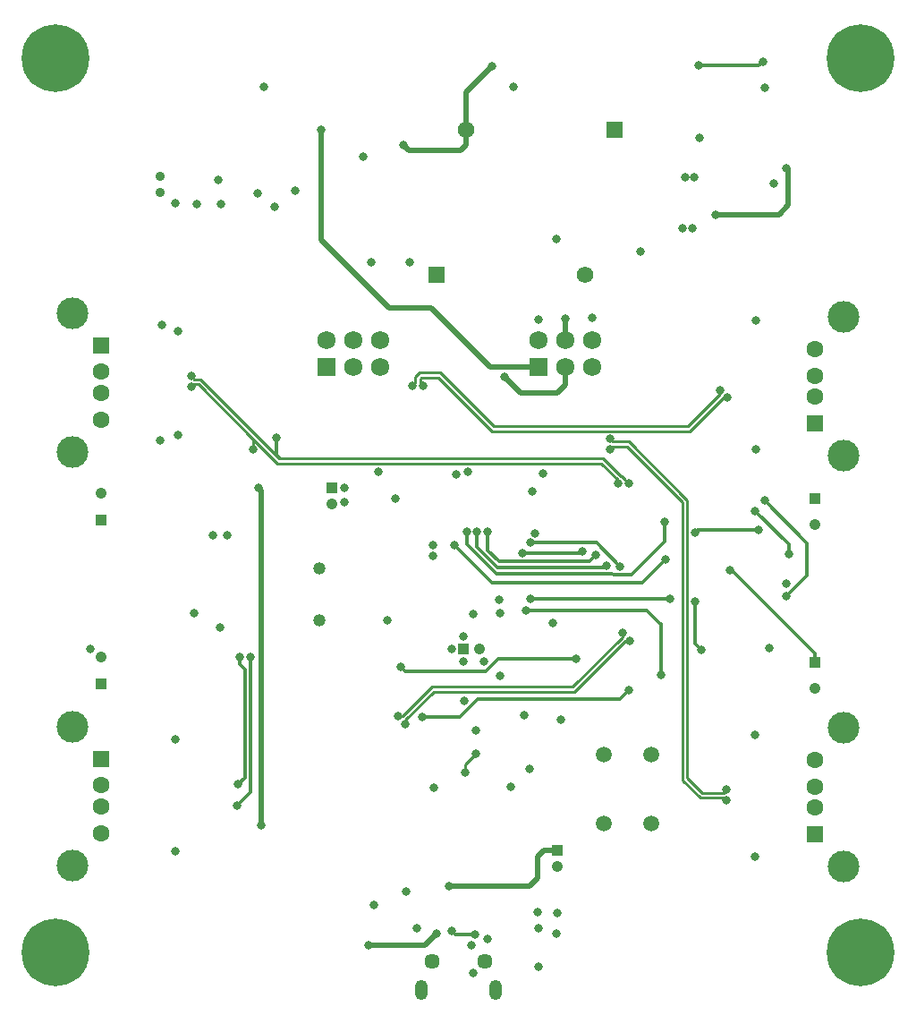
<source format=gbl>
G04 #@! TF.GenerationSoftware,KiCad,Pcbnew,(5.1.9)-1*
G04 #@! TF.CreationDate,2021-05-01T17:45:06+02:00*
G04 #@! TF.ProjectId,sh_control,73685f63-6f6e-4747-926f-6c2e6b696361,3.2*
G04 #@! TF.SameCoordinates,Original*
G04 #@! TF.FileFunction,Copper,L4,Bot*
G04 #@! TF.FilePolarity,Positive*
%FSLAX46Y46*%
G04 Gerber Fmt 4.6, Leading zero omitted, Abs format (unit mm)*
G04 Created by KiCad (PCBNEW (5.1.9)-1) date 2021-05-01 17:45:06*
%MOMM*%
%LPD*%
G01*
G04 APERTURE LIST*
G04 #@! TA.AperFunction,ComponentPad*
%ADD10C,1.500000*%
G04 #@! TD*
G04 #@! TA.AperFunction,ComponentPad*
%ADD11C,1.600000*%
G04 #@! TD*
G04 #@! TA.AperFunction,ComponentPad*
%ADD12R,1.500000X1.600000*%
G04 #@! TD*
G04 #@! TA.AperFunction,ComponentPad*
%ADD13C,3.000000*%
G04 #@! TD*
G04 #@! TA.AperFunction,ComponentPad*
%ADD14C,1.050000*%
G04 #@! TD*
G04 #@! TA.AperFunction,ComponentPad*
%ADD15R,1.050000X1.050000*%
G04 #@! TD*
G04 #@! TA.AperFunction,ComponentPad*
%ADD16C,1.192000*%
G04 #@! TD*
G04 #@! TA.AperFunction,ComponentPad*
%ADD17C,1.725000*%
G04 #@! TD*
G04 #@! TA.AperFunction,ComponentPad*
%ADD18R,1.725000X1.725000*%
G04 #@! TD*
G04 #@! TA.AperFunction,ComponentPad*
%ADD19O,1.200000X1.900000*%
G04 #@! TD*
G04 #@! TA.AperFunction,ComponentPad*
%ADD20C,1.450000*%
G04 #@! TD*
G04 #@! TA.AperFunction,ComponentPad*
%ADD21C,0.800000*%
G04 #@! TD*
G04 #@! TA.AperFunction,ComponentPad*
%ADD22C,6.400000*%
G04 #@! TD*
G04 #@! TA.AperFunction,ComponentPad*
%ADD23R,1.575000X1.575000*%
G04 #@! TD*
G04 #@! TA.AperFunction,ComponentPad*
%ADD24C,1.575000*%
G04 #@! TD*
G04 #@! TA.AperFunction,ComponentPad*
%ADD25C,0.900000*%
G04 #@! TD*
G04 #@! TA.AperFunction,ViaPad*
%ADD26C,0.800000*%
G04 #@! TD*
G04 #@! TA.AperFunction,Conductor*
%ADD27C,0.500000*%
G04 #@! TD*
G04 #@! TA.AperFunction,Conductor*
%ADD28C,0.300000*%
G04 #@! TD*
G04 #@! TA.AperFunction,Conductor*
%ADD29C,0.261112*%
G04 #@! TD*
G04 #@! TA.AperFunction,Conductor*
%ADD30C,0.250000*%
G04 #@! TD*
G04 APERTURE END LIST*
D10*
X168742800Y-110717400D03*
X168742800Y-104217400D03*
X173242800Y-110717400D03*
X173242800Y-104217400D03*
D11*
X188722000Y-65898000D03*
X188722000Y-68398000D03*
X188722000Y-70398000D03*
D12*
X188722000Y-72898000D03*
D13*
X191432000Y-62828000D03*
X191432000Y-75968000D03*
D11*
X188722000Y-104760000D03*
X188722000Y-107260000D03*
X188722000Y-109260000D03*
D12*
X188722000Y-111760000D03*
D13*
X191432000Y-101690000D03*
X191432000Y-114830000D03*
D14*
X188722000Y-82510000D03*
D15*
X188722000Y-80010000D03*
D14*
X188722000Y-98004000D03*
D15*
X188722000Y-95504000D03*
D16*
X141795500Y-86623500D03*
X141795500Y-91503500D03*
D11*
X121158000Y-72532000D03*
X121158000Y-70032000D03*
X121158000Y-68032000D03*
D12*
X121158000Y-65532000D03*
D13*
X118448000Y-75602000D03*
X118448000Y-62462000D03*
D11*
X121158000Y-111648000D03*
X121158000Y-109148000D03*
X121158000Y-107148000D03*
D12*
X121158000Y-104648000D03*
D13*
X118448000Y-114718000D03*
X118448000Y-101578000D03*
D17*
X167640000Y-65024000D03*
X167640000Y-67564000D03*
X165100000Y-65024000D03*
X165100000Y-67564000D03*
X162560000Y-65024000D03*
D18*
X162560000Y-67564000D03*
D17*
X147574000Y-65024000D03*
X147574000Y-67564000D03*
X145034000Y-65024000D03*
X145034000Y-67564000D03*
X142494000Y-65024000D03*
D18*
X142494000Y-67564000D03*
D19*
X158440000Y-126459500D03*
X151440000Y-126459500D03*
D20*
X157440000Y-123759500D03*
X152440000Y-123759500D03*
D21*
X118537056Y-121238944D03*
X116840000Y-120536000D03*
X115142944Y-121238944D03*
X114440000Y-122936000D03*
X115142944Y-124633056D03*
X116840000Y-125336000D03*
X118537056Y-124633056D03*
X119240000Y-122936000D03*
D22*
X116840000Y-122936000D03*
D21*
X194737056Y-36630944D03*
X193040000Y-35928000D03*
X191342944Y-36630944D03*
X190640000Y-38328000D03*
X191342944Y-40025056D03*
X193040000Y-40728000D03*
X194737056Y-40025056D03*
X195440000Y-38328000D03*
D22*
X193040000Y-38328000D03*
D21*
X118537056Y-36630944D03*
X116840000Y-35928000D03*
X115142944Y-36630944D03*
X114440000Y-38328000D03*
X115142944Y-40025056D03*
X116840000Y-40728000D03*
X118537056Y-40025056D03*
X119240000Y-38328000D03*
D22*
X116840000Y-38328000D03*
D21*
X194737056Y-121238944D03*
X193040000Y-120536000D03*
X191342944Y-121238944D03*
X190640000Y-122936000D03*
X191342944Y-124633056D03*
X193040000Y-125336000D03*
X194737056Y-124633056D03*
X195440000Y-122936000D03*
D22*
X193040000Y-122936000D03*
D23*
X152864000Y-58828000D03*
D24*
X166964000Y-58828000D03*
D23*
X169758000Y-45112000D03*
D24*
X155658000Y-45112000D03*
D14*
X121158000Y-79542000D03*
D15*
X121158000Y-82042000D03*
D14*
X121158000Y-95036000D03*
D15*
X121158000Y-97536000D03*
X155448000Y-94234000D03*
D14*
X156948000Y-94234000D03*
D15*
X143002000Y-78994000D03*
D14*
X143002000Y-80494000D03*
D15*
X164338000Y-113284000D03*
D14*
X164338000Y-114784000D03*
D25*
X126712000Y-49554000D03*
X126712000Y-51044000D03*
D26*
X163893500Y-91821000D03*
X148272500Y-91567000D03*
X148971000Y-80010000D03*
X161988500Y-79311500D03*
X162941000Y-77660500D03*
X155829000Y-77470000D03*
X183134000Y-75374500D03*
X183134000Y-63182500D03*
X183070500Y-102362000D03*
X185991500Y-88074500D03*
X184404000Y-94170500D03*
X146748500Y-57658000D03*
X150368000Y-57658000D03*
X176212500Y-54419500D03*
X184785000Y-50228500D03*
X177800000Y-45910500D03*
X164274500Y-55435500D03*
X172212000Y-56642000D03*
X183959500Y-41148000D03*
X160210500Y-41084500D03*
X145923000Y-47688500D03*
X130175000Y-52133500D03*
X136525000Y-41084500D03*
X157734000Y-121666000D03*
X128206500Y-102806500D03*
X128143000Y-113347500D03*
X131762500Y-83502500D03*
X129984500Y-90868500D03*
X120142000Y-94234000D03*
X144208500Y-80391000D03*
X157353000Y-95440500D03*
X164655500Y-100901500D03*
X152654000Y-107378500D03*
X159893000Y-107251500D03*
X161734500Y-105600500D03*
X126873000Y-63627000D03*
X126746000Y-74549000D03*
X183007000Y-113919000D03*
X164338000Y-119253000D03*
X151003000Y-120650000D03*
X162433000Y-119126000D03*
X164211000Y-121158000D03*
X162560000Y-120650000D03*
X146939000Y-118491000D03*
X149987000Y-117221000D03*
X128460500Y-64198500D03*
X128397000Y-73977500D03*
X155511500Y-99187000D03*
X133096000Y-83502500D03*
X132397500Y-92202000D03*
X162560000Y-124333000D03*
X156210000Y-122301000D03*
X156340000Y-124909498D03*
X128206500Y-52070000D03*
X132270500Y-49847500D03*
X132461000Y-52133500D03*
X139509500Y-50927000D03*
X137604500Y-52387500D03*
X135953500Y-51117500D03*
X177101500Y-54419500D03*
X176403000Y-49593500D03*
X177292000Y-49593500D03*
X147383500Y-77470000D03*
X154749500Y-77724000D03*
X158813500Y-89598500D03*
X158877000Y-90868500D03*
X156400500Y-90907500D03*
X152590500Y-84455000D03*
X152590500Y-84455000D03*
X152590500Y-85407500D03*
X162230732Y-83299475D03*
X144208500Y-78994000D03*
X155448000Y-93091000D03*
X158940500Y-96774000D03*
X156591000Y-101981000D03*
X161226500Y-100520500D03*
X155448000Y-95440500D03*
X154305000Y-94234000D03*
X167640000Y-62928500D03*
X165100000Y-62992000D03*
X162560000Y-63055500D03*
X156499012Y-121286660D03*
X154305000Y-120904000D03*
X146431000Y-122301000D03*
X152908000Y-121158000D03*
X154051000Y-116713000D03*
X136271000Y-110934500D03*
X136017000Y-78994000D03*
X154622500Y-84391500D03*
X174548800Y-85801200D03*
X155733994Y-83121500D03*
X183397631Y-82966031D03*
X177365712Y-83210400D03*
X174498000Y-82194400D03*
X157734000Y-83121500D03*
X167995600Y-85344000D03*
X183073569Y-81168769D03*
X186232800Y-85242400D03*
X161798000Y-84201000D03*
X170281600Y-86473600D03*
X161036000Y-85217000D03*
X166725600Y-84988400D03*
X183946800Y-80213200D03*
X186029600Y-89255600D03*
X161798000Y-89471500D03*
X175006000Y-89471500D03*
X177365712Y-89725500D03*
X177990500Y-94361000D03*
X161353500Y-90614500D03*
X174117000Y-96710500D03*
X159321500Y-68516500D03*
X158115000Y-39116000D03*
X149796500Y-46609000D03*
X177698400Y-39065200D03*
X183819800Y-38658800D03*
X151511000Y-100711000D03*
X171132500Y-98107500D03*
X149542500Y-95948500D03*
X166116000Y-95186500D03*
X156733997Y-83121500D03*
X169011600Y-86372000D03*
X141986000Y-45148500D03*
X179324000Y-53149500D03*
X185991500Y-48768000D03*
X180657500Y-86804500D03*
X150628400Y-69381628D03*
X179731315Y-69749315D03*
X151631600Y-69381628D03*
X180440685Y-70458685D03*
X169291000Y-74368712D03*
X180340000Y-107575400D03*
X169291000Y-75371912D03*
X180340000Y-108578600D03*
X170059400Y-78613000D03*
X129667000Y-69462600D03*
X135559800Y-75361800D03*
X171062600Y-78613000D03*
X129667000Y-68459400D03*
X137769600Y-74295000D03*
X149960685Y-101319685D03*
X171169685Y-93445685D03*
X135280400Y-95021400D03*
X134035800Y-109016800D03*
X149251315Y-100610315D03*
X170460315Y-92736315D03*
X134281780Y-94968842D03*
X134112000Y-107061000D03*
X155575000Y-105918000D03*
X156591000Y-104140000D03*
D27*
X165100000Y-65024000D02*
X165100000Y-62992000D01*
D28*
X154687660Y-121286660D02*
X154305000Y-120904000D01*
X156499012Y-121286660D02*
X154687660Y-121286660D01*
D27*
X151765000Y-122301000D02*
X146431000Y-122301000D01*
X152908000Y-121158000D02*
X151765000Y-122301000D01*
X163068000Y-113284000D02*
X164338000Y-113284000D01*
X162433000Y-113919000D02*
X163068000Y-113284000D01*
X162433000Y-115951000D02*
X162433000Y-113919000D01*
X161671000Y-116713000D02*
X162433000Y-115951000D01*
X154051000Y-116713000D02*
X161671000Y-116713000D01*
X136271000Y-79248000D02*
X136017000Y-78994000D01*
X136271000Y-110934500D02*
X136271000Y-79248000D01*
D28*
X154622500Y-84391500D02*
X158178500Y-87947500D01*
X158178500Y-87947500D02*
X171894500Y-87947500D01*
X172402500Y-87947500D02*
X174548800Y-85801200D01*
X171894500Y-87947500D02*
X172402500Y-87947500D01*
X177610081Y-82966031D02*
X177365712Y-83210400D01*
X183397631Y-82966031D02*
X177610081Y-82966031D01*
X155733994Y-84313734D02*
X155733994Y-83121500D01*
X169519600Y-87122000D02*
X158542260Y-87122000D01*
X171357020Y-87223600D02*
X169621200Y-87223600D01*
X158542260Y-87122000D02*
X155733994Y-84313734D01*
X174498000Y-84082620D02*
X171357020Y-87223600D01*
X169621200Y-87223600D02*
X169519600Y-87122000D01*
X174498000Y-82194400D02*
X174498000Y-84082620D01*
X157734000Y-83121500D02*
X157734000Y-84899500D01*
X157734000Y-84899500D02*
X158801501Y-85967001D01*
X167372599Y-85967001D02*
X167995600Y-85344000D01*
X158801501Y-85967001D02*
X167372599Y-85967001D01*
X186232800Y-84328000D02*
X186232800Y-85242400D01*
X183073569Y-81168769D02*
X186232800Y-84328000D01*
X168009000Y-84201000D02*
X170281600Y-86473600D01*
X161798000Y-84201000D02*
X168009000Y-84201000D01*
X166497000Y-85217000D02*
X166725600Y-84988400D01*
X161036000Y-85217000D02*
X166497000Y-85217000D01*
X183946800Y-80213200D02*
X187960000Y-84226400D01*
X187960000Y-87325200D02*
X186029600Y-89255600D01*
X187960000Y-84226400D02*
X187960000Y-87325200D01*
X161798000Y-89471500D02*
X173228000Y-89471500D01*
X173228000Y-89471500D02*
X175006000Y-89471500D01*
X177365712Y-93736212D02*
X177990500Y-94361000D01*
X177365712Y-89725500D02*
X177365712Y-93736212D01*
X174117000Y-96710500D02*
X174117000Y-91884500D01*
X161353500Y-90614500D02*
X172783500Y-90614500D01*
X174053500Y-91884500D02*
X174117000Y-91884500D01*
X172783500Y-90614500D02*
X174053500Y-91884500D01*
D27*
X165100000Y-67564000D02*
X165100000Y-69278500D01*
X165100000Y-69278500D02*
X164338000Y-70040500D01*
X160845500Y-70040500D02*
X159321500Y-68516500D01*
X164338000Y-70040500D02*
X160845500Y-70040500D01*
X155658000Y-41573000D02*
X155658000Y-45112000D01*
X158115000Y-39116000D02*
X155658000Y-41573000D01*
X155658000Y-45112000D02*
X155658000Y-46589500D01*
X155658000Y-46589500D02*
X155194000Y-47053500D01*
X150241000Y-47053500D02*
X149796500Y-46609000D01*
X155194000Y-47053500D02*
X150241000Y-47053500D01*
D28*
X183413400Y-39065200D02*
X183819800Y-38658800D01*
X177698400Y-39065200D02*
X183413400Y-39065200D01*
X155097502Y-100711000D02*
X156812002Y-98996500D01*
X151511000Y-100711000D02*
X155097502Y-100711000D01*
X156812002Y-98996500D02*
X170053000Y-98996500D01*
X170243500Y-98996500D02*
X171132500Y-98107500D01*
X170053000Y-98996500D02*
X170243500Y-98996500D01*
X157555003Y-96348499D02*
X158717002Y-95186500D01*
X149942499Y-96348499D02*
X157555003Y-96348499D01*
X158717002Y-95186500D02*
X166116000Y-95186500D01*
X149542500Y-95948500D02*
X149942499Y-96348499D01*
X156733997Y-84606617D02*
X158677880Y-86550500D01*
X156733997Y-83121500D02*
X156733997Y-84606617D01*
X168833100Y-86550500D02*
X158677880Y-86550500D01*
X169011600Y-86372000D02*
X168833100Y-86550500D01*
D27*
X162560000Y-67564000D02*
X157988000Y-67564000D01*
X157988000Y-67564000D02*
X152400000Y-61976000D01*
X152400000Y-61976000D02*
X148399500Y-61976000D01*
X148399500Y-61976000D02*
X141986000Y-55562500D01*
X141986000Y-55562500D02*
X141986000Y-45148500D01*
X179324000Y-53149500D02*
X185293000Y-53149500D01*
X185293000Y-53149500D02*
X186182000Y-52260500D01*
X186182000Y-48958500D02*
X185991500Y-48768000D01*
X186182000Y-52260500D02*
X186182000Y-48958500D01*
D28*
X180847500Y-86804500D02*
X180657500Y-86804500D01*
X188722000Y-94679000D02*
X180847500Y-86804500D01*
X188722000Y-95504000D02*
X188722000Y-94679000D01*
D29*
X179731315Y-70130366D02*
X179731315Y-69749315D01*
X150628400Y-69381628D02*
X150897844Y-69112184D01*
X150897844Y-69112184D02*
X150897844Y-68483836D01*
X150897844Y-68483836D02*
X151287836Y-68093844D01*
X151287836Y-68093844D02*
X153258164Y-68093844D01*
X153258164Y-68093844D02*
X158338164Y-73173844D01*
X158338164Y-73173844D02*
X176687837Y-73173844D01*
X176687837Y-73173844D02*
X179731315Y-70130366D01*
X176880163Y-73638156D02*
X180059634Y-70458685D01*
X153065836Y-68558156D02*
X158145836Y-73638156D01*
X180059634Y-70458685D02*
X180440685Y-70458685D01*
X158145836Y-73638156D02*
X176880163Y-73638156D01*
X151631600Y-69381628D02*
X151362156Y-69112184D01*
X151480164Y-68558156D02*
X153065836Y-68558156D01*
X151362156Y-69112184D02*
X151362156Y-68676164D01*
X151362156Y-68676164D02*
X151480164Y-68558156D01*
X169560444Y-74638156D02*
X171105476Y-74638156D01*
X169291000Y-74368712D02*
X169560444Y-74638156D01*
X171105476Y-74638156D02*
X176635156Y-80167836D01*
X176635156Y-80167836D02*
X176635156Y-106456836D01*
X178023164Y-107844844D02*
X180070556Y-107844844D01*
X180070556Y-107844844D02*
X180340000Y-107575400D01*
X176635156Y-106456836D02*
X178023164Y-107844844D01*
X169560444Y-75102468D02*
X170913148Y-75102468D01*
X169291000Y-75371912D02*
X169560444Y-75102468D01*
X170913148Y-75102468D02*
X176170844Y-80360164D01*
X176170844Y-80360164D02*
X176170844Y-106649164D01*
X180070556Y-108309156D02*
X180340000Y-108578600D01*
X176170844Y-106649164D02*
X177830836Y-108309156D01*
X177830836Y-108309156D02*
X180070556Y-108309156D01*
X170059400Y-78266437D02*
X168479119Y-76686156D01*
X170059400Y-78613000D02*
X170059400Y-78266437D01*
X168479119Y-76686156D02*
X137825836Y-76686156D01*
X129936444Y-69193156D02*
X129667000Y-69462600D01*
X130332836Y-69193156D02*
X129936444Y-69193156D01*
D30*
X135559800Y-74574400D02*
X135636940Y-74497260D01*
X135559800Y-75361800D02*
X135559800Y-74574400D01*
D29*
X135636940Y-74497260D02*
X130332836Y-69193156D01*
X137825836Y-76686156D02*
X135636940Y-74497260D01*
X170332043Y-77882443D02*
X168671444Y-76221844D01*
X170410068Y-77882443D02*
X170332043Y-77882443D01*
X170789957Y-78262332D02*
X170410068Y-77882443D01*
X170789957Y-78340357D02*
X170789957Y-78262332D01*
X171062600Y-78613000D02*
X170789957Y-78340357D01*
X168671444Y-76221844D02*
X138018164Y-76221844D01*
X129936444Y-68728844D02*
X129667000Y-68459400D01*
X138018164Y-76221844D02*
X130525164Y-68728844D01*
X130525164Y-68728844D02*
X129936444Y-68728844D01*
D28*
X137769600Y-75950298D02*
X137957951Y-76138649D01*
X137769600Y-74295000D02*
X137769600Y-75950298D01*
D29*
X149960685Y-100938634D02*
X152623163Y-98276156D01*
X149960685Y-101319685D02*
X149960685Y-100938634D01*
X170788634Y-93445685D02*
X171169685Y-93445685D01*
X165958163Y-98276156D02*
X170788634Y-93445685D01*
X152623163Y-98276156D02*
X165958163Y-98276156D01*
D28*
X135280400Y-107772200D02*
X134035800Y-109016800D01*
X135280400Y-95021400D02*
X135280400Y-107772200D01*
D29*
X149251315Y-100610315D02*
X149632366Y-100610315D01*
X149632366Y-100610315D02*
X152430837Y-97811844D01*
X170460315Y-93117366D02*
X170460315Y-92736315D01*
X165765837Y-97811844D02*
X170460315Y-93117366D01*
X152430837Y-97811844D02*
X165765837Y-97811844D01*
D28*
X134281780Y-94968842D02*
X134281780Y-95716590D01*
X134281780Y-95716590D02*
X134780390Y-96215200D01*
X134780390Y-106392610D02*
X134112000Y-107061000D01*
X134780390Y-96215200D02*
X134780390Y-106392610D01*
D30*
X155575000Y-105156000D02*
X156591000Y-104140000D01*
X155575000Y-105918000D02*
X155575000Y-105156000D01*
M02*

</source>
